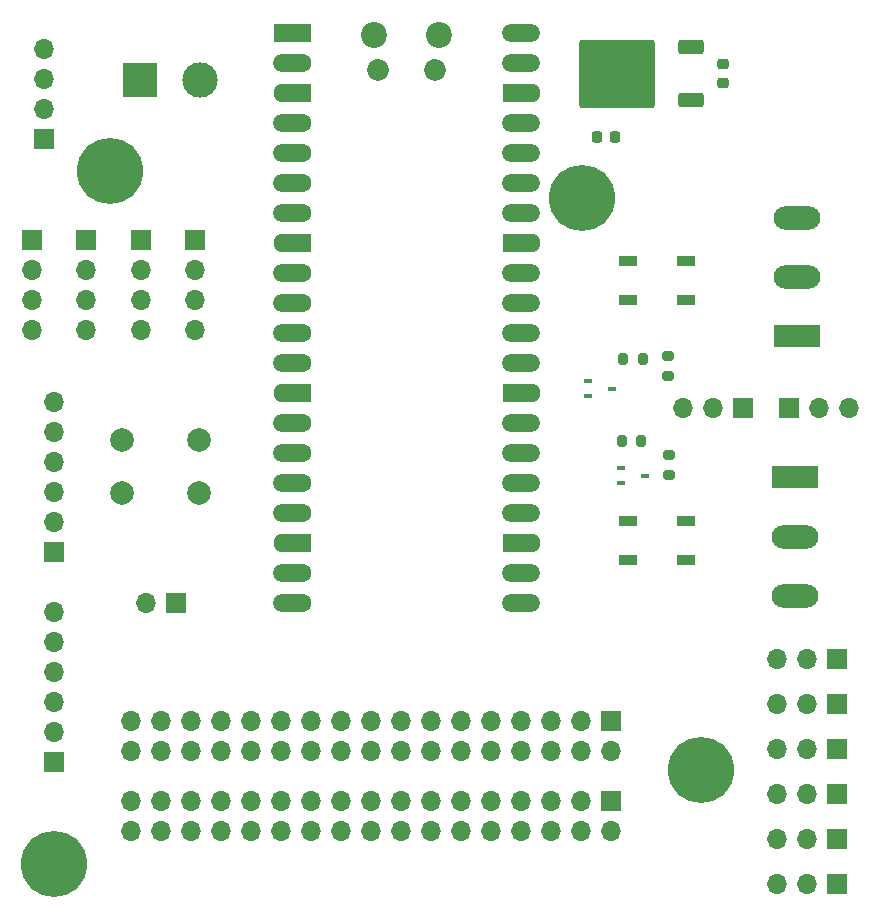
<source format=gbr>
%TF.GenerationSoftware,KiCad,Pcbnew,7.0.2*%
%TF.CreationDate,2023-05-18T15:41:40-05:00*%
%TF.ProjectId,FRC_5690_Common_PCB,4652435f-3536-4393-905f-436f6d6d6f6e,rev?*%
%TF.SameCoordinates,Original*%
%TF.FileFunction,Soldermask,Top*%
%TF.FilePolarity,Negative*%
%FSLAX46Y46*%
G04 Gerber Fmt 4.6, Leading zero omitted, Abs format (unit mm)*
G04 Created by KiCad (PCBNEW 7.0.2) date 2023-05-18 15:41:40*
%MOMM*%
%LPD*%
G01*
G04 APERTURE LIST*
G04 Aperture macros list*
%AMRoundRect*
0 Rectangle with rounded corners*
0 $1 Rounding radius*
0 $2 $3 $4 $5 $6 $7 $8 $9 X,Y pos of 4 corners*
0 Add a 4 corners polygon primitive as box body*
4,1,4,$2,$3,$4,$5,$6,$7,$8,$9,$2,$3,0*
0 Add four circle primitives for the rounded corners*
1,1,$1+$1,$2,$3*
1,1,$1+$1,$4,$5*
1,1,$1+$1,$6,$7*
1,1,$1+$1,$8,$9*
0 Add four rect primitives between the rounded corners*
20,1,$1+$1,$2,$3,$4,$5,0*
20,1,$1+$1,$4,$5,$6,$7,0*
20,1,$1+$1,$6,$7,$8,$9,0*
20,1,$1+$1,$8,$9,$2,$3,0*%
%AMFreePoly0*
4,1,28,0.178017,0.779942,0.347107,0.720775,0.498792,0.625465,0.625465,0.498792,0.720775,0.347107,0.779942,0.178017,0.800000,0.000000,0.779942,-0.178017,0.720775,-0.347107,0.625465,-0.498792,0.498792,-0.625465,0.347107,-0.720775,0.178017,-0.779942,0.000000,-0.800000,-2.200000,-0.800000,-2.205014,-0.794986,-2.244504,-0.794986,-2.324698,-0.756366,-2.380194,-0.686777,-2.400000,-0.600000,
-2.400000,0.600000,-2.380194,0.686777,-2.324698,0.756366,-2.244504,0.794986,-2.205014,0.794986,-2.200000,0.800000,0.000000,0.800000,0.178017,0.779942,0.178017,0.779942,$1*%
%AMFreePoly1*
4,1,28,0.605014,0.794986,0.644504,0.794986,0.724698,0.756366,0.780194,0.686777,0.800000,0.600000,0.800000,-0.600000,0.780194,-0.686777,0.724698,-0.756366,0.644504,-0.794986,0.605014,-0.794986,0.600000,-0.800000,0.000000,-0.800000,-0.178017,-0.779942,-0.347107,-0.720775,-0.498792,-0.625465,-0.625465,-0.498792,-0.720775,-0.347107,-0.779942,-0.178017,-0.800000,0.000000,-0.779942,0.178017,
-0.720775,0.347107,-0.625465,0.498792,-0.498792,0.625465,-0.347107,0.720775,-0.178017,0.779942,0.000000,0.800000,0.600000,0.800000,0.605014,0.794986,0.605014,0.794986,$1*%
%AMFreePoly2*
4,1,29,0.605014,0.794986,0.644504,0.794986,0.724698,0.756366,0.780194,0.686777,0.800000,0.600000,0.800000,-0.600000,0.780194,-0.686777,0.724698,-0.756366,0.644504,-0.794986,0.605014,-0.794986,0.600000,-0.800000,0.000000,-0.800000,-1.600000,-0.800000,-1.778017,-0.779942,-1.947107,-0.720775,-2.098792,-0.625465,-2.225465,-0.498792,-2.320775,-0.347107,-2.379942,-0.178017,-2.400000,0.000000,
-2.379942,0.178017,-2.320775,0.347107,-2.225465,0.498792,-2.098792,0.625465,-1.947107,0.720775,-1.778017,0.779942,-1.600000,0.800000,0.600000,0.800000,0.605014,0.794986,0.605014,0.794986,$1*%
%AMFreePoly3*
4,1,28,0.178017,0.779942,0.347107,0.720775,0.498792,0.625465,0.625465,0.498792,0.720775,0.347107,0.779942,0.178017,0.800000,0.000000,0.779942,-0.178017,0.720775,-0.347107,0.625465,-0.498792,0.498792,-0.625465,0.347107,-0.720775,0.178017,-0.779942,0.000000,-0.800000,-0.600000,-0.800000,-0.605014,-0.794986,-0.644504,-0.794986,-0.724698,-0.756366,-0.780194,-0.686777,-0.800000,-0.600000,
-0.800000,0.600000,-0.780194,0.686777,-0.724698,0.756366,-0.644504,0.794986,-0.605014,0.794986,-0.600000,0.800000,0.000000,0.800000,0.178017,0.779942,0.178017,0.779942,$1*%
%AMFreePoly4*
4,1,29,1.778017,0.779942,1.947107,0.720775,2.098792,0.625465,2.225465,0.498792,2.320775,0.347107,2.379942,0.178017,2.400000,0.000000,2.379942,-0.178017,2.320775,-0.347107,2.225465,-0.498792,2.098792,-0.625465,1.947107,-0.720775,1.778017,-0.779942,1.600000,-0.800000,0.000000,-0.800000,-0.600000,-0.800000,-0.605014,-0.794986,-0.644504,-0.794986,-0.724698,-0.756366,-0.780194,-0.686777,
-0.800000,-0.600000,-0.800000,0.600000,-0.780194,0.686777,-0.724698,0.756366,-0.644504,0.794986,-0.605014,0.794986,-0.600000,0.800000,1.600000,0.800000,1.778017,0.779942,1.778017,0.779942,$1*%
G04 Aperture macros list end*
%ADD10R,1.700000X1.700000*%
%ADD11O,1.700000X1.700000*%
%ADD12RoundRect,0.250000X0.850000X0.350000X-0.850000X0.350000X-0.850000X-0.350000X0.850000X-0.350000X0*%
%ADD13RoundRect,0.249997X2.950003X2.650003X-2.950003X2.650003X-2.950003X-2.650003X2.950003X-2.650003X0*%
%ADD14RoundRect,0.225000X-0.250000X0.225000X-0.250000X-0.225000X0.250000X-0.225000X0.250000X0.225000X0*%
%ADD15R,3.960000X1.980000*%
%ADD16O,3.960000X1.980000*%
%ADD17C,5.600000*%
%ADD18R,3.000000X3.000000*%
%ADD19C,3.000000*%
%ADD20C,2.200000*%
%ADD21C,1.850000*%
%ADD22RoundRect,0.200000X-0.600000X-0.600000X0.600000X-0.600000X0.600000X0.600000X-0.600000X0.600000X0*%
%ADD23FreePoly0,0.000000*%
%ADD24C,1.600000*%
%ADD25RoundRect,0.800000X-0.800000X0.000000X0.800000X0.000000X0.800000X0.000000X-0.800000X0.000000X0*%
%ADD26FreePoly1,0.000000*%
%ADD27FreePoly2,0.000000*%
%ADD28FreePoly3,0.000000*%
%ADD29FreePoly4,0.000000*%
%ADD30RoundRect,0.200000X-0.275000X0.200000X-0.275000X-0.200000X0.275000X-0.200000X0.275000X0.200000X0*%
%ADD31R,1.500000X0.900000*%
%ADD32RoundRect,0.225000X-0.225000X-0.250000X0.225000X-0.250000X0.225000X0.250000X-0.225000X0.250000X0*%
%ADD33RoundRect,0.200000X0.200000X0.275000X-0.200000X0.275000X-0.200000X-0.275000X0.200000X-0.275000X0*%
%ADD34R,0.700000X0.450000*%
%ADD35C,2.000000*%
G04 APERTURE END LIST*
D10*
%TO.C,J16*%
X166497000Y-95631000D03*
D11*
X169037000Y-95631000D03*
X171577000Y-95631000D03*
%TD*%
D10*
%TO.C,J4*%
X111633000Y-81417000D03*
D11*
X111633000Y-83957000D03*
X111633000Y-86497000D03*
X111633000Y-89037000D03*
%TD*%
D12*
%TO.C,U2*%
X158202000Y-69590000D03*
D13*
X151902000Y-67310000D03*
D12*
X158202000Y-65030000D03*
%TD*%
D10*
%TO.C,J9*%
X104267000Y-107823000D03*
D11*
X104267000Y-105283000D03*
X104267000Y-102743000D03*
X104267000Y-100203000D03*
X104267000Y-97663000D03*
X104267000Y-95123000D03*
%TD*%
D14*
%TO.C,C1*%
X160909000Y-66535000D03*
X160909000Y-68085000D03*
%TD*%
D15*
%TO.C,J11*%
X166995000Y-101512000D03*
D16*
X166995000Y-106512000D03*
X166995000Y-111512000D03*
%TD*%
D17*
%TO.C,H2*%
X108966000Y-75565000D03*
%TD*%
D10*
%TO.C,J21*%
X170561000Y-132080000D03*
D11*
X168021000Y-132080000D03*
X165481000Y-132080000D03*
%TD*%
D10*
%TO.C,J18*%
X170546000Y-120650000D03*
D11*
X168006000Y-120650000D03*
X165466000Y-120650000D03*
%TD*%
D17*
%TO.C,H3*%
X159004000Y-126238000D03*
%TD*%
D10*
%TO.C,J19*%
X170546000Y-124460000D03*
D11*
X168006000Y-124460000D03*
X165466000Y-124460000D03*
%TD*%
D10*
%TO.C,J15*%
X114554000Y-112141000D03*
D11*
X112014000Y-112141000D03*
%TD*%
D10*
%TO.C,J20*%
X170546000Y-128270000D03*
D11*
X168006000Y-128270000D03*
X165466000Y-128270000D03*
%TD*%
D18*
%TO.C,J1*%
X111506000Y-67818000D03*
D19*
X116586000Y-67818000D03*
%TD*%
D20*
%TO.C,U1*%
X131387000Y-64011000D03*
D21*
X131687000Y-67041000D03*
X136537000Y-67041000D03*
D20*
X136837000Y-64011000D03*
D22*
X125222000Y-63881000D03*
D23*
X125222000Y-63881000D03*
D24*
X125222000Y-66421000D03*
D25*
X124422000Y-66421000D03*
D26*
X125222000Y-68961000D03*
D27*
X125222000Y-68961000D03*
D24*
X125222000Y-71501000D03*
D25*
X124422000Y-71501000D03*
D24*
X125222000Y-74041000D03*
D25*
X124422000Y-74041000D03*
D24*
X125222000Y-76581000D03*
D25*
X124422000Y-76581000D03*
D24*
X125222000Y-79121000D03*
D25*
X124422000Y-79121000D03*
D26*
X125222000Y-81661000D03*
D27*
X125222000Y-81661000D03*
D24*
X125222000Y-84201000D03*
D25*
X124422000Y-84201000D03*
D24*
X125222000Y-86741000D03*
D25*
X124422000Y-86741000D03*
D24*
X125222000Y-89281000D03*
D25*
X124422000Y-89281000D03*
D24*
X125222000Y-91821000D03*
D25*
X124422000Y-91821000D03*
D26*
X125222000Y-94361000D03*
D27*
X125222000Y-94361000D03*
D24*
X125222000Y-96901000D03*
D25*
X124422000Y-96901000D03*
D24*
X125222000Y-99441000D03*
D25*
X124422000Y-99441000D03*
D24*
X125222000Y-101981000D03*
D25*
X124422000Y-101981000D03*
D24*
X125222000Y-104521000D03*
D25*
X124422000Y-104521000D03*
D26*
X125222000Y-107061000D03*
D27*
X125222000Y-107061000D03*
D24*
X125222000Y-109601000D03*
D25*
X124422000Y-109601000D03*
D24*
X125222000Y-112141000D03*
D25*
X124422000Y-112141000D03*
D24*
X143002000Y-112141000D03*
D25*
X143802000Y-112141000D03*
D24*
X143002000Y-109601000D03*
D25*
X143802000Y-109601000D03*
D28*
X143002000Y-107061000D03*
D29*
X143002000Y-107061000D03*
D24*
X143002000Y-104521000D03*
D25*
X143802000Y-104521000D03*
D24*
X143002000Y-101981000D03*
D25*
X143802000Y-101981000D03*
D24*
X143002000Y-99441000D03*
D25*
X143802000Y-99441000D03*
D24*
X143002000Y-96901000D03*
D25*
X143802000Y-96901000D03*
D28*
X143002000Y-94361000D03*
D29*
X143002000Y-94361000D03*
D24*
X143002000Y-91821000D03*
D25*
X143802000Y-91821000D03*
D24*
X143002000Y-89281000D03*
D25*
X143802000Y-89281000D03*
D24*
X143002000Y-86741000D03*
D25*
X143802000Y-86741000D03*
D24*
X143002000Y-84201000D03*
D25*
X143802000Y-84201000D03*
D28*
X143002000Y-81661000D03*
D29*
X143002000Y-81661000D03*
D24*
X143002000Y-79121000D03*
D25*
X143802000Y-79121000D03*
D24*
X143002000Y-76581000D03*
D25*
X143802000Y-76581000D03*
D24*
X143002000Y-74041000D03*
D25*
X143802000Y-74041000D03*
D24*
X143002000Y-71501000D03*
D25*
X143802000Y-71501000D03*
D28*
X143002000Y-68961000D03*
D29*
X143002000Y-68961000D03*
D24*
X143002000Y-66421000D03*
D25*
X143802000Y-66421000D03*
D24*
X143002000Y-63881000D03*
D25*
X143802000Y-63881000D03*
%TD*%
D30*
%TO.C,R2*%
X156337000Y-99632000D03*
X156337000Y-101282000D03*
%TD*%
D31*
%TO.C,D1*%
X152871000Y-105157000D03*
X152871000Y-108457000D03*
X157771000Y-108457000D03*
X157771000Y-105157000D03*
%TD*%
D10*
%TO.C,J13*%
X162560000Y-95631000D03*
D11*
X160020000Y-95631000D03*
X157480000Y-95631000D03*
%TD*%
D17*
%TO.C,H1*%
X148971000Y-77851000D03*
%TD*%
D10*
%TO.C,J2*%
X102362000Y-81417000D03*
D11*
X102362000Y-83957000D03*
X102362000Y-86497000D03*
X102362000Y-89037000D03*
%TD*%
D32*
%TO.C,C2*%
X150215000Y-72644000D03*
X151765000Y-72644000D03*
%TD*%
D33*
%TO.C,R3*%
X154114000Y-91440000D03*
X152464000Y-91440000D03*
%TD*%
D34*
%TO.C,Q1*%
X149495000Y-93330000D03*
X149495000Y-94630000D03*
X151495000Y-93980000D03*
%TD*%
D10*
%TO.C,J10*%
X103378000Y-72888000D03*
D11*
X103378000Y-70348000D03*
X103378000Y-67808000D03*
X103378000Y-65268000D03*
%TD*%
D35*
%TO.C,SW2*%
X110034000Y-98334000D03*
X116534000Y-98334000D03*
X110034000Y-102834000D03*
X116534000Y-102834000D03*
%TD*%
D30*
%TO.C,R4*%
X156210000Y-91250000D03*
X156210000Y-92900000D03*
%TD*%
D31*
%TO.C,D2*%
X157734000Y-86485000D03*
X157734000Y-83185000D03*
X152834000Y-83185000D03*
X152834000Y-86485000D03*
%TD*%
D10*
%TO.C,J6*%
X151388999Y-128866863D03*
D11*
X151388999Y-131406863D03*
X148848999Y-128866863D03*
X148848999Y-131406863D03*
X146308999Y-128866863D03*
X146308999Y-131406863D03*
X143768999Y-128866863D03*
X143768999Y-131406863D03*
X141228999Y-128866863D03*
X141228999Y-131406863D03*
X138688999Y-128866863D03*
X138688999Y-131406863D03*
X136148999Y-128866863D03*
X136148999Y-131406863D03*
X133608999Y-128866863D03*
X133608999Y-131406863D03*
X131068999Y-128866863D03*
X131068999Y-131406863D03*
X128528999Y-128866863D03*
X128528999Y-131406863D03*
X125988999Y-128866863D03*
X125988999Y-131406863D03*
X123448999Y-128866863D03*
X123448999Y-131406863D03*
X120908999Y-128866863D03*
X120908999Y-131406863D03*
X118368999Y-128866863D03*
X118368999Y-131406863D03*
X115828999Y-128866863D03*
X115828999Y-131406863D03*
X113288999Y-128866863D03*
X113288999Y-131406863D03*
X110748999Y-128866863D03*
X110748999Y-131406863D03*
%TD*%
D17*
%TO.C,H4*%
X104267000Y-134239000D03*
%TD*%
D15*
%TO.C,J12*%
X167132000Y-89535000D03*
D16*
X167132000Y-84535000D03*
X167132000Y-79535000D03*
%TD*%
D33*
%TO.C,R1*%
X153987000Y-98425000D03*
X152337000Y-98425000D03*
%TD*%
D10*
%TO.C,J7*%
X116205000Y-81407000D03*
D11*
X116205000Y-83947000D03*
X116205000Y-86487000D03*
X116205000Y-89027000D03*
%TD*%
D34*
%TO.C,Q2*%
X152289000Y-100696000D03*
X152289000Y-101996000D03*
X154289000Y-101346000D03*
%TD*%
D10*
%TO.C,J17*%
X170546000Y-116840000D03*
D11*
X168006000Y-116840000D03*
X165466000Y-116840000D03*
%TD*%
D10*
%TO.C,J22*%
X170546000Y-135890000D03*
D11*
X168006000Y-135890000D03*
X165466000Y-135890000D03*
%TD*%
D10*
%TO.C,J8*%
X104267000Y-125603000D03*
D11*
X104267000Y-123063000D03*
X104267000Y-120523000D03*
X104267000Y-117983000D03*
X104267000Y-115443000D03*
X104267000Y-112903000D03*
%TD*%
D10*
%TO.C,J3*%
X106934000Y-81417000D03*
D11*
X106934000Y-83957000D03*
X106934000Y-86497000D03*
X106934000Y-89037000D03*
%TD*%
D10*
%TO.C,J5*%
X151384000Y-122140862D03*
D11*
X151384000Y-124680862D03*
X148844000Y-122140862D03*
X148844000Y-124680862D03*
X146304000Y-122140862D03*
X146304000Y-124680862D03*
X143764000Y-122140862D03*
X143764000Y-124680862D03*
X141224000Y-122140862D03*
X141224000Y-124680862D03*
X138684000Y-122140862D03*
X138684000Y-124680862D03*
X136144000Y-122140862D03*
X136144000Y-124680862D03*
X133604000Y-122140862D03*
X133604000Y-124680862D03*
X131064000Y-122140862D03*
X131064000Y-124680862D03*
X128524000Y-122140862D03*
X128524000Y-124680862D03*
X125984000Y-122140862D03*
X125984000Y-124680862D03*
X123444000Y-122140862D03*
X123444000Y-124680862D03*
X120904000Y-122140862D03*
X120904000Y-124680862D03*
X118364000Y-122140862D03*
X118364000Y-124680862D03*
X115824000Y-122140862D03*
X115824000Y-124680862D03*
X113284000Y-122140862D03*
X113284000Y-124680862D03*
X110744000Y-122140862D03*
X110744000Y-124680862D03*
%TD*%
M02*

</source>
